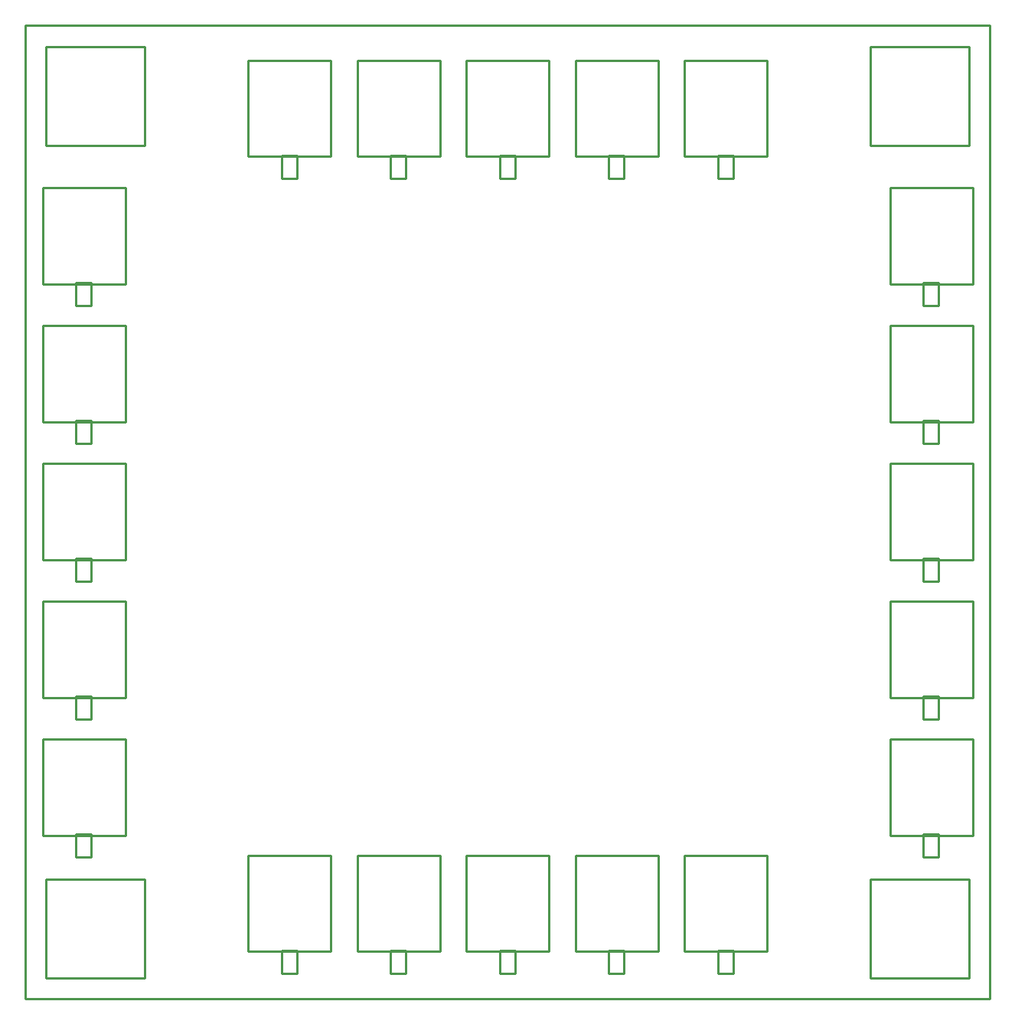
<source format=gko>
G04 Layer: BoardOutlineLayer*
G04 EasyEDA v6.5.29, 2023-07-19 21:38:56*
G04 0acaec5f7f514605885a2f2b0e5249c4,5a6b42c53f6a479593ecc07194224c93,10*
G04 Gerber Generator version 0.2*
G04 Scale: 100 percent, Rotated: No, Reflected: No *
G04 Dimensions in millimeters *
G04 leading zeros omitted , absolute positions ,4 integer and 5 decimal *
%FSLAX45Y45*%
%MOMM*%

%ADD10C,0.2540*%
D10*
X-8156016Y334416D02*
G01*
X2511983Y334416D01*
X2511983Y-10422483D01*
X-8156016Y-10422483D01*
X-8156016Y334416D01*
X-7965516Y-1462633D02*
G01*
X-7965516Y-2523083D01*
X-7965516Y-2523083D02*
G01*
X-7051116Y-2523083D01*
X-7051116Y-2523083D02*
G01*
X-7051116Y-1462633D01*
X-7051116Y-1462633D02*
G01*
X-7965516Y-1462633D01*
X-7597216Y-2510383D02*
G01*
X-7597216Y-2764383D01*
X-7597216Y-2764383D02*
G01*
X-7425766Y-2764383D01*
X-7425766Y-2764383D02*
G01*
X-7425766Y-2510383D01*
X-7425766Y-2510383D02*
G01*
X-7597216Y-2510383D01*
X-7965516Y-2986633D02*
G01*
X-7965516Y-4047083D01*
X-7965516Y-4047083D02*
G01*
X-7051116Y-4047083D01*
X-7051116Y-4047083D02*
G01*
X-7051116Y-2986633D01*
X-7051116Y-2986633D02*
G01*
X-7965516Y-2986633D01*
X-7597216Y-4034383D02*
G01*
X-7597216Y-4288383D01*
X-7597216Y-4288383D02*
G01*
X-7425766Y-4288383D01*
X-7425766Y-4288383D02*
G01*
X-7425766Y-4034383D01*
X-7425766Y-4034383D02*
G01*
X-7597216Y-4034383D01*
X-7965516Y-4510633D02*
G01*
X-7965516Y-5571083D01*
X-7965516Y-5571083D02*
G01*
X-7051116Y-5571083D01*
X-7051116Y-5571083D02*
G01*
X-7051116Y-4510633D01*
X-7051116Y-4510633D02*
G01*
X-7965516Y-4510633D01*
X-7597216Y-5558383D02*
G01*
X-7597216Y-5812383D01*
X-7597216Y-5812383D02*
G01*
X-7425766Y-5812383D01*
X-7425766Y-5812383D02*
G01*
X-7425766Y-5558383D01*
X-7425766Y-5558383D02*
G01*
X-7597216Y-5558383D01*
X-7965516Y-6034633D02*
G01*
X-7965516Y-7095083D01*
X-7965516Y-7095083D02*
G01*
X-7051116Y-7095083D01*
X-7051116Y-7095083D02*
G01*
X-7051116Y-6034633D01*
X-7051116Y-6034633D02*
G01*
X-7965516Y-6034633D01*
X-7597216Y-7082383D02*
G01*
X-7597216Y-7336383D01*
X-7597216Y-7336383D02*
G01*
X-7425766Y-7336383D01*
X-7425766Y-7336383D02*
G01*
X-7425766Y-7082383D01*
X-7425766Y-7082383D02*
G01*
X-7597216Y-7082383D01*
X-7965516Y-7558633D02*
G01*
X-7965516Y-8619083D01*
X-7965516Y-8619083D02*
G01*
X-7051116Y-8619083D01*
X-7051116Y-8619083D02*
G01*
X-7051116Y-7558633D01*
X-7051116Y-7558633D02*
G01*
X-7965516Y-7558633D01*
X-7597216Y-8606383D02*
G01*
X-7597216Y-8860383D01*
X-7597216Y-8860383D02*
G01*
X-7425766Y-8860383D01*
X-7425766Y-8860383D02*
G01*
X-7425766Y-8606383D01*
X-7425766Y-8606383D02*
G01*
X-7597216Y-8606383D01*
X-5692216Y-8841333D02*
G01*
X-5692216Y-9901783D01*
X-5692216Y-9901783D02*
G01*
X-4777816Y-9901783D01*
X-4777816Y-9901783D02*
G01*
X-4777816Y-8841333D01*
X-4777816Y-8841333D02*
G01*
X-5692216Y-8841333D01*
X-5323916Y-9889083D02*
G01*
X-5323916Y-10143083D01*
X-5323916Y-10143083D02*
G01*
X-5152466Y-10143083D01*
X-5152466Y-10143083D02*
G01*
X-5152466Y-9889083D01*
X-5152466Y-9889083D02*
G01*
X-5323916Y-9889083D01*
X-4485716Y-8841333D02*
G01*
X-4485716Y-9901783D01*
X-4485716Y-9901783D02*
G01*
X-3571316Y-9901783D01*
X-3571316Y-9901783D02*
G01*
X-3571316Y-8841333D01*
X-3571316Y-8841333D02*
G01*
X-4485716Y-8841333D01*
X-4117416Y-9889083D02*
G01*
X-4117416Y-10143083D01*
X-4117416Y-10143083D02*
G01*
X-3945966Y-10143083D01*
X-3945966Y-10143083D02*
G01*
X-3945966Y-9889083D01*
X-3945966Y-9889083D02*
G01*
X-4117416Y-9889083D01*
X-3279216Y-8841333D02*
G01*
X-3279216Y-9901783D01*
X-3279216Y-9901783D02*
G01*
X-2364816Y-9901783D01*
X-2364816Y-9901783D02*
G01*
X-2364816Y-8841333D01*
X-2364816Y-8841333D02*
G01*
X-3279216Y-8841333D01*
X-2910916Y-9889083D02*
G01*
X-2910916Y-10143083D01*
X-2910916Y-10143083D02*
G01*
X-2739466Y-10143083D01*
X-2739466Y-10143083D02*
G01*
X-2739466Y-9889083D01*
X-2739466Y-9889083D02*
G01*
X-2910916Y-9889083D01*
X-2072716Y-8841333D02*
G01*
X-2072716Y-9901783D01*
X-2072716Y-9901783D02*
G01*
X-1158316Y-9901783D01*
X-1158316Y-9901783D02*
G01*
X-1158316Y-8841333D01*
X-1158316Y-8841333D02*
G01*
X-2072716Y-8841333D01*
X-1704416Y-9889083D02*
G01*
X-1704416Y-10143083D01*
X-1704416Y-10143083D02*
G01*
X-1532966Y-10143083D01*
X-1532966Y-10143083D02*
G01*
X-1532966Y-9889083D01*
X-1532966Y-9889083D02*
G01*
X-1704416Y-9889083D01*
X-866216Y-8841333D02*
G01*
X-866216Y-9901783D01*
X-866216Y-9901783D02*
G01*
X48183Y-9901783D01*
X48183Y-9901783D02*
G01*
X48183Y-8841333D01*
X48183Y-8841333D02*
G01*
X-866216Y-8841333D01*
X-497916Y-9889083D02*
G01*
X-497916Y-10143083D01*
X-497916Y-10143083D02*
G01*
X-326466Y-10143083D01*
X-326466Y-10143083D02*
G01*
X-326466Y-9889083D01*
X-326466Y-9889083D02*
G01*
X-497916Y-9889083D01*
X1407083Y-7558633D02*
G01*
X1407083Y-8619083D01*
X1407083Y-8619083D02*
G01*
X2321483Y-8619083D01*
X2321483Y-8619083D02*
G01*
X2321483Y-7558633D01*
X2321483Y-7558633D02*
G01*
X1407083Y-7558633D01*
X1775383Y-8606383D02*
G01*
X1775383Y-8860383D01*
X1775383Y-8860383D02*
G01*
X1946833Y-8860383D01*
X1946833Y-8860383D02*
G01*
X1946833Y-8606383D01*
X1946833Y-8606383D02*
G01*
X1775383Y-8606383D01*
X1407083Y-6034633D02*
G01*
X1407083Y-7095083D01*
X1407083Y-7095083D02*
G01*
X2321483Y-7095083D01*
X2321483Y-7095083D02*
G01*
X2321483Y-6034633D01*
X2321483Y-6034633D02*
G01*
X1407083Y-6034633D01*
X1775383Y-7082383D02*
G01*
X1775383Y-7336383D01*
X1775383Y-7336383D02*
G01*
X1946833Y-7336383D01*
X1946833Y-7336383D02*
G01*
X1946833Y-7082383D01*
X1946833Y-7082383D02*
G01*
X1775383Y-7082383D01*
X1407083Y-4510633D02*
G01*
X1407083Y-5571083D01*
X1407083Y-5571083D02*
G01*
X2321483Y-5571083D01*
X2321483Y-5571083D02*
G01*
X2321483Y-4510633D01*
X2321483Y-4510633D02*
G01*
X1407083Y-4510633D01*
X1775383Y-5558383D02*
G01*
X1775383Y-5812383D01*
X1775383Y-5812383D02*
G01*
X1946833Y-5812383D01*
X1946833Y-5812383D02*
G01*
X1946833Y-5558383D01*
X1946833Y-5558383D02*
G01*
X1775383Y-5558383D01*
X1407083Y-2986633D02*
G01*
X1407083Y-4047083D01*
X1407083Y-4047083D02*
G01*
X2321483Y-4047083D01*
X2321483Y-4047083D02*
G01*
X2321483Y-2986633D01*
X2321483Y-2986633D02*
G01*
X1407083Y-2986633D01*
X1775383Y-4034383D02*
G01*
X1775383Y-4288383D01*
X1775383Y-4288383D02*
G01*
X1946833Y-4288383D01*
X1946833Y-4288383D02*
G01*
X1946833Y-4034383D01*
X1946833Y-4034383D02*
G01*
X1775383Y-4034383D01*
X1407083Y-1462633D02*
G01*
X1407083Y-2523083D01*
X1407083Y-2523083D02*
G01*
X2321483Y-2523083D01*
X2321483Y-2523083D02*
G01*
X2321483Y-1462633D01*
X2321483Y-1462633D02*
G01*
X1407083Y-1462633D01*
X1775383Y-2510383D02*
G01*
X1775383Y-2764383D01*
X1775383Y-2764383D02*
G01*
X1946833Y-2764383D01*
X1946833Y-2764383D02*
G01*
X1946833Y-2510383D01*
X1946833Y-2510383D02*
G01*
X1775383Y-2510383D01*
X-5323916Y-1100683D02*
G01*
X-5323916Y-1354683D01*
X-5323916Y-1354683D02*
G01*
X-5152466Y-1354683D01*
X-5152466Y-1354683D02*
G01*
X-5152466Y-1100683D01*
X-5152466Y-1100683D02*
G01*
X-5323916Y-1100683D01*
X-4485716Y-52933D02*
G01*
X-4485716Y-1113383D01*
X-4485716Y-1113383D02*
G01*
X-3571316Y-1113383D01*
X-3571316Y-1113383D02*
G01*
X-3571316Y-52933D01*
X-3571316Y-52933D02*
G01*
X-4485716Y-52933D01*
X-4117416Y-1100683D02*
G01*
X-4117416Y-1354683D01*
X-4117416Y-1354683D02*
G01*
X-3945966Y-1354683D01*
X-3945966Y-1354683D02*
G01*
X-3945966Y-1100683D01*
X-3945966Y-1100683D02*
G01*
X-4117416Y-1100683D01*
X-3279216Y-52933D02*
G01*
X-3279216Y-1113383D01*
X-3279216Y-1113383D02*
G01*
X-2364816Y-1113383D01*
X-2364816Y-1113383D02*
G01*
X-2364816Y-52933D01*
X-2364816Y-52933D02*
G01*
X-3279216Y-52933D01*
X-2910916Y-1100683D02*
G01*
X-2910916Y-1354683D01*
X-2910916Y-1354683D02*
G01*
X-2739466Y-1354683D01*
X-2739466Y-1354683D02*
G01*
X-2739466Y-1100683D01*
X-2739466Y-1100683D02*
G01*
X-2910916Y-1100683D01*
X-2072716Y-52933D02*
G01*
X-2072716Y-1113383D01*
X-2072716Y-1113383D02*
G01*
X-1158316Y-1113383D01*
X-1158316Y-1113383D02*
G01*
X-1158316Y-52933D01*
X-1158316Y-52933D02*
G01*
X-2072716Y-52933D01*
X-1704416Y-1100683D02*
G01*
X-1704416Y-1354683D01*
X-1704416Y-1354683D02*
G01*
X-1532966Y-1354683D01*
X-1532966Y-1354683D02*
G01*
X-1532966Y-1100683D01*
X-1532966Y-1100683D02*
G01*
X-1704416Y-1100683D01*
X-866216Y-52933D02*
G01*
X-866216Y-1113383D01*
X-866216Y-1113383D02*
G01*
X48183Y-1113383D01*
X48183Y-1113383D02*
G01*
X48183Y-52933D01*
X48183Y-52933D02*
G01*
X-866216Y-52933D01*
X-497916Y-1100683D02*
G01*
X-497916Y-1354683D01*
X-497916Y-1354683D02*
G01*
X-326466Y-1354683D01*
X-326466Y-1354683D02*
G01*
X-326466Y-1100683D01*
X-326466Y-1100683D02*
G01*
X-497916Y-1100683D01*
X-5692216Y-52933D02*
G01*
X-5692216Y-1113383D01*
X-5692216Y-1113383D02*
G01*
X-4777816Y-1113383D01*
X-4777816Y-1113383D02*
G01*
X-4777816Y-52933D01*
X-4777816Y-52933D02*
G01*
X-5692216Y-52933D01*
X-7924800Y101600D02*
G01*
X-7924800Y-990600D01*
X-7924800Y-990600D02*
G01*
X-6832600Y-990600D01*
X-6832600Y-990600D02*
G01*
X-6832600Y101600D01*
X-6832600Y101600D02*
G01*
X-7924800Y101600D01*
X1193800Y101600D02*
G01*
X1193800Y-990600D01*
X1193800Y-990600D02*
G01*
X2286000Y-990600D01*
X2286000Y-990600D02*
G01*
X2286000Y101600D01*
X2286000Y101600D02*
G01*
X1193800Y101600D01*
X1193800Y-9105900D02*
G01*
X1193800Y-10198100D01*
X1193800Y-10198100D02*
G01*
X2286000Y-10198100D01*
X2286000Y-10198100D02*
G01*
X2286000Y-9105900D01*
X2286000Y-9105900D02*
G01*
X1193800Y-9105900D01*
X-7924800Y-9105900D02*
G01*
X-7924800Y-10198100D01*
X-7924800Y-10198100D02*
G01*
X-6832600Y-10198100D01*
X-6832600Y-10198100D02*
G01*
X-6832600Y-9105900D01*
X-6832600Y-9105900D02*
G01*
X-7924800Y-9105900D01*

%LPD*%
M02*

</source>
